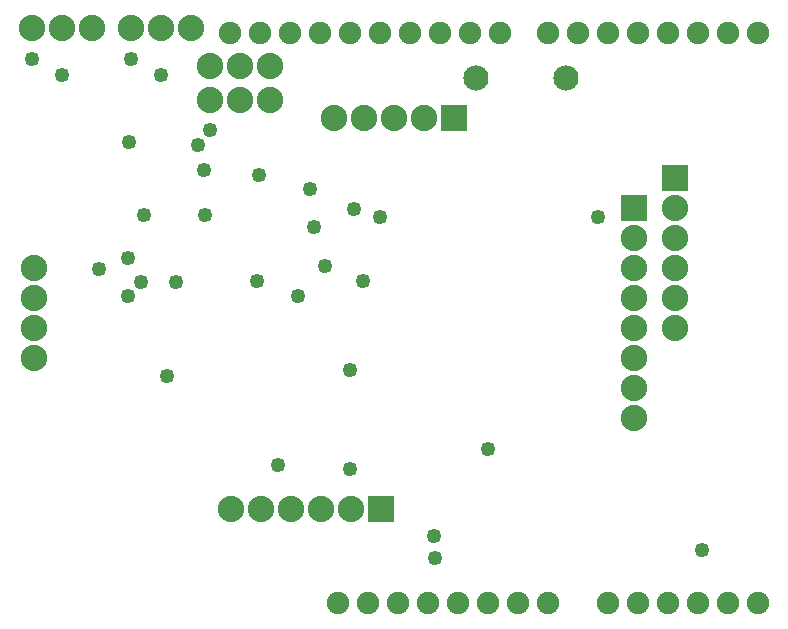
<source format=gbs>
G04 MADE WITH FRITZING*
G04 WWW.FRITZING.ORG*
G04 DOUBLE SIDED*
G04 HOLES PLATED*
G04 CONTOUR ON CENTER OF CONTOUR VECTOR*
%ASAXBY*%
%FSLAX23Y23*%
%MOIN*%
%OFA0B0*%
%SFA1.0B1.0*%
%ADD10C,0.084000*%
%ADD11C,0.049370*%
%ADD12C,0.088000*%
%ADD13C,0.075278*%
%ADD14R,0.088000X0.088000*%
%ADD15C,0.030000*%
%LNMASK0*%
G90*
G70*
G54D10*
X1571Y1854D03*
X1871Y1854D03*
G54D11*
X2323Y282D03*
G54D12*
X99Y1222D03*
X99Y1122D03*
X99Y1022D03*
X99Y922D03*
G54D13*
X2110Y105D03*
X2210Y105D03*
X2310Y105D03*
X2410Y105D03*
X2510Y105D03*
X1650Y2005D03*
X1550Y2005D03*
X1450Y2005D03*
X1350Y2005D03*
X1250Y2005D03*
X1150Y2005D03*
X1050Y2005D03*
X950Y2005D03*
X850Y2005D03*
X750Y2005D03*
X2510Y2005D03*
X2410Y2005D03*
X2310Y2005D03*
X2210Y2005D03*
X2110Y2005D03*
X2010Y2005D03*
X1910Y2005D03*
X1810Y2005D03*
X1210Y105D03*
X1110Y105D03*
X1310Y105D03*
X1410Y105D03*
X1510Y105D03*
X1610Y105D03*
X1710Y105D03*
X1810Y105D03*
X2010Y105D03*
G54D12*
X2233Y1520D03*
X2233Y1420D03*
X2233Y1320D03*
X2233Y1220D03*
X2233Y1120D03*
X2233Y1020D03*
X1253Y416D03*
X1153Y416D03*
X1053Y416D03*
X953Y416D03*
X853Y416D03*
X753Y416D03*
X1499Y1722D03*
X1399Y1722D03*
X1299Y1722D03*
X1199Y1722D03*
X1099Y1722D03*
X685Y1781D03*
X785Y1781D03*
X885Y1781D03*
X684Y1893D03*
X784Y1893D03*
X884Y1893D03*
X291Y2022D03*
X191Y2022D03*
X91Y2022D03*
X620Y2021D03*
X520Y2021D03*
X420Y2021D03*
X2099Y1422D03*
X2099Y1322D03*
X2099Y1222D03*
X2099Y1122D03*
X2099Y1022D03*
X2099Y922D03*
X2099Y822D03*
X2099Y722D03*
G54D11*
X1433Y255D03*
X1430Y328D03*
X1030Y1357D03*
X91Y1919D03*
X420Y1919D03*
X191Y1863D03*
X520Y1863D03*
X412Y1128D03*
X978Y1129D03*
X1018Y1483D03*
X668Y1399D03*
X315Y1219D03*
X849Y1531D03*
X416Y1641D03*
X412Y1253D03*
X466Y1397D03*
X644Y1630D03*
X1069Y1227D03*
X911Y564D03*
X1150Y881D03*
X1151Y550D03*
X1195Y1177D03*
X1166Y1419D03*
X840Y1179D03*
X685Y1682D03*
X540Y861D03*
X570Y1175D03*
X455Y1175D03*
X664Y1546D03*
X1610Y617D03*
X1252Y1390D03*
X1979Y1390D03*
G54D14*
X2233Y1520D03*
X1253Y416D03*
X1499Y1722D03*
X2099Y1422D03*
G54D15*
G36*
X656Y1810D02*
X714Y1810D01*
X714Y1752D01*
X656Y1752D01*
X656Y1810D01*
G37*
D02*
G36*
X655Y1922D02*
X713Y1922D01*
X713Y1864D01*
X655Y1864D01*
X655Y1922D01*
G37*
D02*
G36*
X320Y1993D02*
X262Y1993D01*
X262Y2051D01*
X320Y2051D01*
X320Y1993D01*
G37*
D02*
G36*
X649Y1992D02*
X591Y1992D01*
X591Y2050D01*
X649Y2050D01*
X649Y1992D01*
G37*
D02*
G04 End of Mask0*
M02*
</source>
